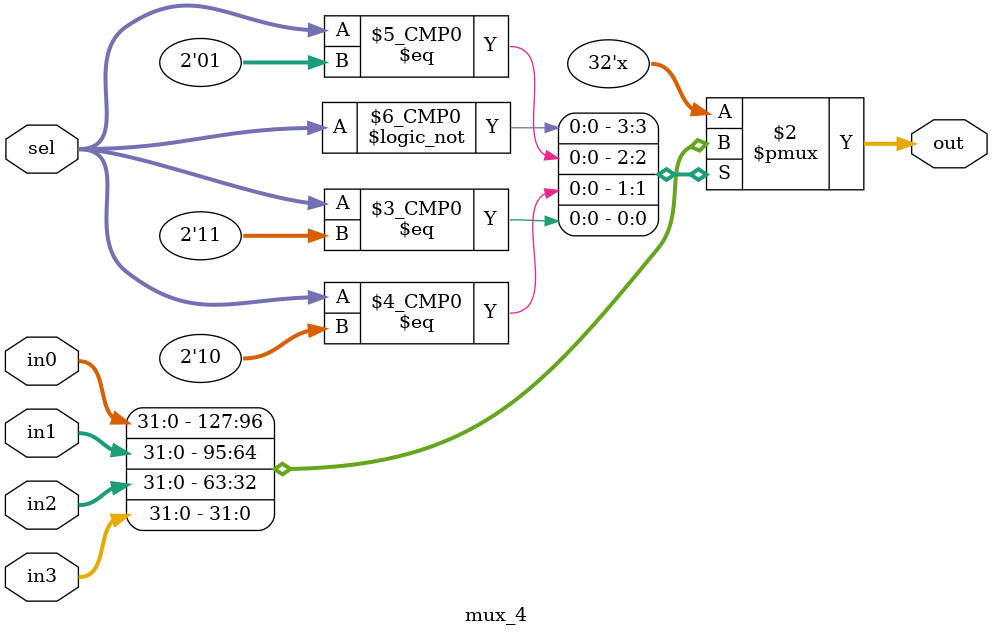
<source format=sv>
module mux_4 #(
    D_WIDTH = 32
)(
    input  logic [D_WIDTH-1:0] in0,
    input  logic [D_WIDTH-1:0] in1,
    input  logic [D_WIDTH-1:0] in2,
    input  logic [D_WIDTH-1:0] in3,
    input  logic [1:0]         sel,
    output logic [D_WIDTH-1:0] out
);
    always_comb begin
        case (sel)
        2'b00: out = in0;
        2'b01: out = in1;
        2'b10: out = in2;
        2'b11: out = in3;
        default: out = '0;
        endcase
    end

endmodule

</source>
